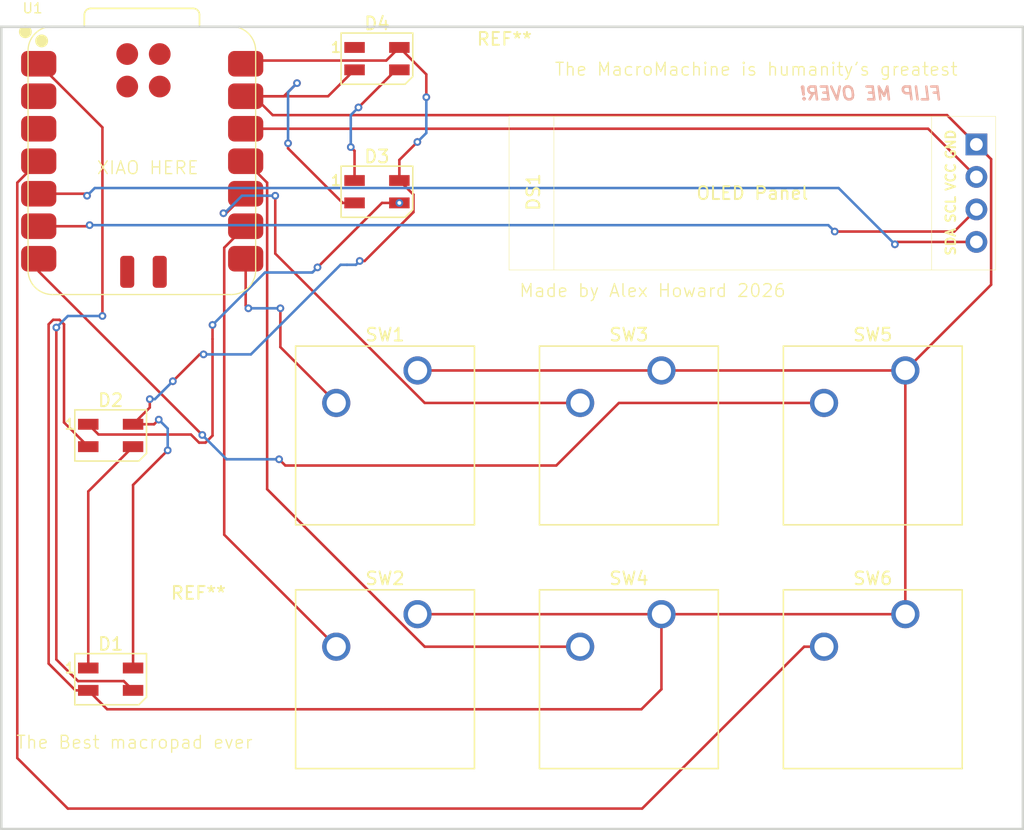
<source format=kicad_pcb>
(kicad_pcb (version 20241229) (generator "pcbnew") (generator_version "9.0")
  (layers (0 "F.Cu" signal) (2 "B.Cu" signal) (13 "F.Paste" user) (15 "B.Paste" user) (5 "F.SilkS" user "F.Silkscreen") (7 "B.SilkS" user "B.Silkscreen") (1 "F.Mask" user) (3 "B.Mask" user) (25 "Edge.Cuts" user))
  (net 0 "")
  (net 1 "Net-(D1-DOUT)")
  (net 2 "GND")
  (net 3 "+5V")
  (net 4 "Net-(D1-DIN)")
  (net 5 "Net-(D2-DOUT)")
  (net 6 "Net-(D3-DOUT)")
  (net 8 "Net-(DS1-SDA)")
  (net 9 "+3.3V")
  (net 10 "Net-(DS1-SCL)")
  (net 11 "Net-(U1-GPIO1{slash}RX)")
  (net 12 "Net-(U1-GPIO2{slash}SCK)")
  (net 13 "Net-(U1-GPIO4{slash}MISO)")
  (net 14 "Net-(U1-GPIO3{slash}MOSI)")
  (net 15 "Net-(U1-GPIO0{slash}TX)")
  (net 16 "Net-(U1-GPIO29{slash}ADC3{slash}A3)")
  (footprint "Button_Switch_Keyboard:SW_Cherry_MX_1.00u_PCB" (layer "F.Cu") (at 145.415 123.5075)
    (property "Reference" "SW2" (at -2.54 -2.794 0) (layer "F.SilkS"))
    (property "Value" "SW_Push")
    (fp_line (start -9.525 -1.905) (end 4.445 -1.905) (stroke (width 0.12)) (layer "F.SilkS"))
    (fp_line (start -9.525 12.065) (end -9.525 -1.905) (stroke (width 0.12)) (layer "F.SilkS"))
    (fp_line (start 4.445 -1.905) (end 4.445 12.065) (stroke (width 0.12)) (layer "F.SilkS"))
    (fp_line (start 4.445 12.065) (end -9.525 12.065) (stroke (width 0.12)) (layer "F.SilkS"))
    (pad "" np_thru_hole circle (at -7.62 5.08) (size 1.7 1.7) (drill 1.7) (layers "*.Cu" "*.Mask"))
    (pad "" np_thru_hole circle (at -2.54 5.08) (size 4 4) (drill 4) (layers "*.Cu" "*.Mask"))
    (pad "" np_thru_hole circle (at 2.54 5.08) (size 1.7 1.7) (drill 1.7) (layers "*.Cu" "*.Mask"))
    (pad "1" thru_hole circle (at 0 0) (size 2.2 2.2) (drill 1.5) (layers "*.Cu" "*.Mask") (net 2 "GND"))
    (pad "2" thru_hole circle (at -6.35 2.54) (size 2.2 2.2) (drill 1.5) (layers "*.Cu" "*.Mask") (net 12 "Net-(U1-GPIO2{slash}SCK)"))
  )
  (footprint "OPL Lib:XIAO-RP2040-SMD" (layer "F.Cu") (at 123.825 88.10625)
    (property "Reference" "U1" (at -9.335 -11.5 0) (layer "F.SilkS") (effects (font (size 0.78232 0.78232) (thickness 0.10668)) (justify left bottom)))
    (property "Value" "XIAO-RP2040-DIP")
    (fp_line (start -8.835 8.513) (end -8.835 -8.632) (stroke (width 0.1)) (layer "F.SilkS"))
    (fp_line (start -6.93 10.418) (end 7.04 10.418) (stroke (width 0.1)) (layer "F.SilkS"))
    (fp_line (start -4.44 -10.537) (end -4.436272 -11.447272) (stroke (width 0.127)) (layer "F.SilkS"))
    (fp_line (start -3.936272 -11.947) (end 4.059 -11.947) (stroke (width 0.127)) (layer "F.SilkS"))
    (fp_line (start 4.559 -11.447) (end 4.559 -10.537) (stroke (width 0.127)) (layer "F.SilkS"))
    (fp_line (start 7.04 -10.537) (end -6.93 -10.537) (stroke (width 0.1)) (layer "F.SilkS"))
    (fp_line (start 8.945 8.513) (end 8.945 -8.632) (stroke (width 0.1)) (layer "F.SilkS"))
    (fp_arc (start -8.835 -8.636) (mid -8.277038 -9.983038) (end -6.93 -10.541) (stroke (width 0.1)) (layer "F.SilkS"))
    (fp_arc (start -6.93 10.418) (mid -8.277038 9.860038) (end -8.835 8.513) (stroke (width 0.1)) (layer "F.SilkS"))
    (fp_arc (start -4.436272 -11.447272) (mid -4.289724 -11.800644) (end -3.936272 -11.947) (stroke (width 0.127)) (layer "F.SilkS"))
    (fp_arc (start 4.059 -11.947) (mid 4.412553 -11.800553) (end 4.559 -11.447) (stroke (width 0.127)) (layer "F.SilkS"))
    (fp_arc (start 7.04 -10.537) (mid 8.387038 -9.979038) (end 8.945 -8.632) (stroke (width 0.1)) (layer "F.SilkS"))
    (fp_arc (start 8.945 8.513) (mid 8.387038 9.860038) (end 7.04 10.418) (stroke (width 0.1)) (layer "F.SilkS"))
    (fp_circle (center -9.045 -10.121) (end -9.045 -10.375) (stroke (width 0.5)) (fill yes) (layer "F.SilkS"))
    (fp_circle (center -7.771 -9.404) (end -7.771 -9.658) (stroke (width 0.5)) (fill yes) (layer "F.SilkS"))
    (pad "1" smd roundrect (at -8 -7.62) (size 2.75 2) (layers "F.Cu" "F.Mask" "F.Paste") (net 4 "Net-(D1-DIN)"))
    (pad "2" smd roundrect (at -8 -5.08) (size 2.75 2) (layers "F.Cu" "F.Mask" "F.Paste"))
    (pad "3" smd roundrect (at -8 -2.54) (size 2.75 2) (layers "F.Cu" "F.Mask" "F.Paste"))
    (pad "4" smd roundrect (at -8 0) (size 2.75 2) (layers "F.Cu" "F.Mask" "F.Paste") (net 16 "Net-(U1-GPIO29{slash}ADC3{slash}A3)"))
    (pad "5" smd roundrect (at -8 2.54) (size 2.75 2) (layers "F.Cu" "F.Mask" "F.Paste") (net 8 "Net-(DS1-SDA)"))
    (pad "6" smd roundrect (at -8 5.08) (size 2.75 2) (layers "F.Cu" "F.Mask" "F.Paste") (net 10 "Net-(DS1-SCL)"))
    (pad "7" smd roundrect (at -8 7.62) (size 2.75 2) (layers "F.Cu" "F.Mask" "F.Paste") (net 15 "Net-(U1-GPIO0{slash}TX)"))
    (pad "8" smd roundrect (at 8.165 7.62) (size 2.75 2) (layers "F.Cu" "F.Mask" "F.Paste") (net 11 "Net-(U1-GPIO1{slash}RX)"))
    (pad "9" smd roundrect (at 8.165 5.08) (size 2.75 2) (layers "F.Cu" "F.Mask" "F.Paste") (net 12 "Net-(U1-GPIO2{slash}SCK)"))
    (pad "10" smd roundrect (at 8.165 2.54) (size 2.75 2) (layers "F.Cu" "F.Mask" "F.Paste") (net 13 "Net-(U1-GPIO4{slash}MISO)"))
    (pad "11" smd roundrect (at 8.165 0) (size 2.75 2) (layers "F.Cu" "F.Mask" "F.Paste") (net 14 "Net-(U1-GPIO3{slash}MOSI)"))
    (pad "12" smd roundrect (at 8.165 -2.54) (size 2.75 2) (layers "F.Cu" "F.Mask" "F.Paste") (net 9 "+3.3V"))
    (pad "13" smd roundrect (at 8.165 -5.08) (size 2.75 2) (layers "F.Cu" "F.Mask" "F.Paste") (net 2 "GND"))
    (pad "14" smd roundrect (at 8.165 -7.62) (size 2.75 2) (layers "F.Cu" "F.Mask" "F.Paste") (net 3 "+5V"))
    (pad "15" smd roundrect (at -1.088 8.64 270) (size 2.5 1.1) (layers "F.Cu" "F.Mask" "F.Paste"))
    (pad "16" smd roundrect (at 1.452 8.64 270) (size 2.5 1.1) (layers "F.Cu" "F.Mask" "F.Paste"))
    (pad "17" smd circle (at -1.088 -8.378) (size 1.7 1.7) (layers "F.Cu" "F.Mask" "F.Paste"))
    (pad "18" smd circle (at 1.452 -8.378) (size 1.7 1.7) (layers "F.Cu" "F.Mask" "F.Paste"))
    (pad "19" smd circle (at -1.088 -5.838) (size 1.7 1.7) (layers "F.Cu" "F.Mask" "F.Paste"))
    (pad "20" smd circle (at 1.452 -5.838) (size 1.7 1.7) (layers "F.Cu" "F.Mask" "F.Paste"))
  )
  (footprint "Button_Switch_Keyboard:SW_Cherry_MX_1.00u_PCB" (layer "F.Cu") (at 164.465 104.4575)
    (property "Reference" "SW3" (at -2.54 -2.794 0) (layer "F.SilkS"))
    (property "Value" "SW_Push")
    (fp_line (start -9.525 -1.905) (end 4.445 -1.905) (stroke (width 0.12)) (layer "F.SilkS"))
    (fp_line (start -9.525 12.065) (end -9.525 -1.905) (stroke (width 0.12)) (layer "F.SilkS"))
    (fp_line (start 4.445 -1.905) (end 4.445 12.065) (stroke (width 0.12)) (layer "F.SilkS"))
    (fp_line (start 4.445 12.065) (end -9.525 12.065) (stroke (width 0.12)) (layer "F.SilkS"))
    (pad "" np_thru_hole circle (at -7.62 5.08) (size 1.7 1.7) (drill 1.7) (layers "*.Cu" "*.Mask"))
    (pad "" np_thru_hole circle (at -2.54 5.08) (size 4 4) (drill 4) (layers "*.Cu" "*.Mask"))
    (pad "" np_thru_hole circle (at 2.54 5.08) (size 1.7 1.7) (drill 1.7) (layers "*.Cu" "*.Mask"))
    (pad "1" thru_hole circle (at 0 0) (size 2.2 2.2) (drill 1.5) (layers "*.Cu" "*.Mask") (net 2 "GND"))
    (pad "2" thru_hole circle (at -6.35 2.54) (size 2.2 2.2) (drill 1.5) (layers "*.Cu" "*.Mask") (net 13 "Net-(U1-GPIO4{slash}MISO)"))
  )
  (footprint "LED_SMD:LED_SK6812MINI_PLCC4_3.5x3.5mm_P1.75mm" (layer "F.Cu") (at 121.44375 109.5375)
    (property "Reference" "D2" (at 0 -2.75 0) (layer "F.SilkS"))
    (property "Value" "SK6812MINI")
    (fp_line (start -2.8 -2) (end -2.8 2) (stroke (width 0.12)) (layer "F.SilkS"))
    (fp_line (start -2.8 -2) (end 2.8 -2) (stroke (width 0.12)) (layer "F.SilkS"))
    (fp_line (start -2.8 2) (end 2.2 2) (stroke (width 0.12)) (layer "F.SilkS"))
    (fp_line (start 2.8 1.4) (end 2.2 2) (stroke (width 0.12)) (layer "F.SilkS"))
    (fp_line (start 2.8 1.4) (end 2.8 -2) (stroke (width 0.12)) (layer "F.SilkS"))
    (fp_text user "1" (at -3.2 -0.875 0) (layer "F.SilkS") (effects (font (size 0.8 0.8))))
    (pad "1" smd rect (at -1.75 -0.875) (size 1.6 0.85) (layers "F.Cu" "F.Mask" "F.Paste") (net 5 "Net-(D2-DOUT)"))
    (pad "2" smd rect (at -1.75 0.875) (size 1.6 0.85) (layers "F.Cu" "F.Mask" "F.Paste") (net 2 "GND"))
    (pad "3" smd rect (at 1.75 0.875) (size 1.6 0.85) (layers "F.Cu" "F.Mask" "F.Paste") (net 1 "Net-(D1-DOUT)"))
    (pad "4" smd rect (at 1.75 -0.875) (size 1.6 0.85) (layers "F.Cu" "F.Mask" "F.Paste") (net 3 "+5V"))
  )
  (footprint "MountingHole:MountingHole_2.2mm_M2" (layer "F.Cu") (at 128.3 125)
    (property "Reference" "REF**" (at 0 -3.15 0) (layer "F.SilkS"))
    (property "Value" "MountingHole_2.2mm_M2")
    (pad "" np_thru_hole circle (at 0 0) (size 2.2 2.2) (drill 2.2) (layers "*.Cu" "*.Mask"))
  )
  (footprint "LED_SMD:LED_SK6812MINI_PLCC4_3.5x3.5mm_P1.75mm" (layer "F.Cu") (at 142.24375 80.0875)
    (property "Reference" "D4" (at 0 -2.75 0) (layer "F.SilkS"))
    (property "Value" "SK6812MINI")
    (fp_line (start -2.8 -2) (end -2.8 2) (stroke (width 0.12)) (layer "F.SilkS"))
    (fp_line (start -2.8 -2) (end 2.8 -2) (stroke (width 0.12)) (layer "F.SilkS"))
    (fp_line (start -2.8 2) (end 2.2 2) (stroke (width 0.12)) (layer "F.SilkS"))
    (fp_line (start 2.8 1.4) (end 2.2 2) (stroke (width 0.12)) (layer "F.SilkS"))
    (fp_line (start 2.8 1.4) (end 2.8 -2) (stroke (width 0.12)) (layer "F.SilkS"))
    (fp_text user "1" (at -3.2 -0.875 0) (layer "F.SilkS") (effects (font (size 0.8 0.8))))
    (pad "1" smd rect (at -1.75 -0.875) (size 1.6 0.85) (layers "F.Cu" "F.Mask" "F.Paste"))
    (pad "2" smd rect (at -1.75 0.875) (size 1.6 0.85) (layers "F.Cu" "F.Mask" "F.Paste") (net 2 "GND"))
    (pad "3" smd rect (at 1.75 0.875) (size 1.6 0.85) (layers "F.Cu" "F.Mask" "F.Paste") (net 6 "Net-(D3-DOUT)"))
    (pad "4" smd rect (at 1.75 -0.875) (size 1.6 0.85) (layers "F.Cu" "F.Mask" "F.Paste") (net 3 "+5V"))
  )
  (footprint "Button_Switch_Keyboard:SW_Cherry_MX_1.00u_PCB" (layer "F.Cu") (at 183.515 104.4575)
    (property "Reference" "SW5" (at -2.54 -2.794 0) (layer "F.SilkS"))
    (property "Value" "SW_Push")
    (fp_line (start -9.525 -1.905) (end 4.445 -1.905) (stroke (width 0.12)) (layer "F.SilkS"))
    (fp_line (start -9.525 12.065) (end -9.525 -1.905) (stroke (width 0.12)) (layer "F.SilkS"))
    (fp_line (start 4.445 -1.905) (end 4.445 12.065) (stroke (width 0.12)) (layer "F.SilkS"))
    (fp_line (start 4.445 12.065) (end -9.525 12.065) (stroke (width 0.12)) (layer "F.SilkS"))
    (pad "" np_thru_hole circle (at -7.62 5.08) (size 1.7 1.7) (drill 1.7) (layers "*.Cu" "*.Mask"))
    (pad "" np_thru_hole circle (at -2.54 5.08) (size 4 4) (drill 4) (layers "*.Cu" "*.Mask"))
    (pad "" np_thru_hole circle (at 2.54 5.08) (size 1.7 1.7) (drill 1.7) (layers "*.Cu" "*.Mask"))
    (pad "1" thru_hole circle (at 0 0) (size 2.2 2.2) (drill 1.5) (layers "*.Cu" "*.Mask") (net 2 "GND"))
    (pad "2" thru_hole circle (at -6.35 2.54) (size 2.2 2.2) (drill 1.5) (layers "*.Cu" "*.Mask") (net 15 "Net-(U1-GPIO0{slash}TX)"))
  )
  (footprint "LED_SMD:LED_SK6812MINI_PLCC4_3.5x3.5mm_P1.75mm" (layer "F.Cu") (at 121.44375 128.5875)
    (property "Reference" "D1" (at 0 -2.75 0) (layer "F.SilkS"))
    (property "Value" "SK6812MINI")
    (fp_line (start -2.8 -2) (end -2.8 2) (stroke (width 0.12)) (layer "F.SilkS"))
    (fp_line (start -2.8 -2) (end 2.8 -2) (stroke (width 0.12)) (layer "F.SilkS"))
    (fp_line (start -2.8 2) (end 2.2 2) (stroke (width 0.12)) (layer "F.SilkS"))
    (fp_line (start 2.8 1.4) (end 2.2 2) (stroke (width 0.12)) (layer "F.SilkS"))
    (fp_line (start 2.8 1.4) (end 2.8 -2) (stroke (width 0.12)) (layer "F.SilkS"))
    (fp_text user "1" (at -3.2 -0.875 0) (layer "F.SilkS") (effects (font (size 0.8 0.8))))
    (pad "1" smd rect (at -1.75 -0.875) (size 1.6 0.85) (layers "F.Cu" "F.Mask" "F.Paste") (net 1 "Net-(D1-DOUT)"))
    (pad "2" smd rect (at -1.75 0.875) (size 1.6 0.85) (layers "F.Cu" "F.Mask" "F.Paste") (net 2 "GND"))
    (pad "3" smd rect (at 1.75 0.875) (size 1.6 0.85) (layers "F.Cu" "F.Mask" "F.Paste") (net 4 "Net-(D1-DIN)"))
    (pad "4" smd rect (at 1.75 -0.875) (size 1.6 0.85) (layers "F.Cu" "F.Mask" "F.Paste") (net 3 "+5V"))
  )
  (footprint "LED_SMD:LED_SK6812MINI_PLCC4_3.5x3.5mm_P1.75mm" (layer "F.Cu") (at 142.24375 90.4875)
    (property "Reference" "D3" (at 0 -2.75 0) (layer "F.SilkS"))
    (property "Value" "SK6812MINI")
    (fp_line (start -2.8 -2) (end -2.8 2) (stroke (width 0.12)) (layer "F.SilkS"))
    (fp_line (start -2.8 -2) (end 2.8 -2) (stroke (width 0.12)) (layer "F.SilkS"))
    (fp_line (start -2.8 2) (end 2.2 2) (stroke (width 0.12)) (layer "F.SilkS"))
    (fp_line (start 2.8 1.4) (end 2.2 2) (stroke (width 0.12)) (layer "F.SilkS"))
    (fp_line (start 2.8 1.4) (end 2.8 -2) (stroke (width 0.12)) (layer "F.SilkS"))
    (fp_text user "1" (at -3.2 -0.875 0) (layer "F.SilkS") (effects (font (size 0.8 0.8))))
    (pad "1" smd rect (at -1.75 -0.875) (size 1.6 0.85) (layers "F.Cu" "F.Mask" "F.Paste") (net 6 "Net-(D3-DOUT)"))
    (pad "2" smd rect (at -1.75 0.875) (size 1.6 0.85) (layers "F.Cu" "F.Mask" "F.Paste") (net 2 "GND"))
    (pad "3" smd rect (at 1.75 0.875) (size 1.6 0.85) (layers "F.Cu" "F.Mask" "F.Paste") (net 5 "Net-(D2-DOUT)"))
    (pad "4" smd rect (at 1.75 -0.875) (size 1.6 0.85) (layers "F.Cu" "F.Mask" "F.Paste") (net 3 "+5V"))
  )
  (footprint "SSD1306-0.91-OLED-4pin-128x32:SSD1306-0.91-OLED-4pin-128x32" (layer "F.Cu") (at 152.565 84.6025)
    (property "Reference" "DS1" (at 1.9 5.91 90) (layer "F.SilkS"))
    (property "Value" "~")
    (fp_line (start 0 0) (end 0 12) (stroke (width 0.04)) (layer "F.SilkS"))
    (fp_line (start 0 12) (end 38 12) (stroke (width 0.04)) (layer "F.SilkS"))
    (fp_line (start 3.5 0) (end 3.5 12) (stroke (width 0.04)) (layer "F.SilkS"))
    (fp_line (start 33 0) (end 33 12) (stroke (width 0.04)) (layer "F.SilkS"))
    (fp_line (start 38 0) (end 0 0) (stroke (width 0.04)) (layer "F.SilkS"))
    (fp_line (start 38 12) (end 38 0) (stroke (width 0.04)) (layer "F.SilkS"))
    (fp_text user "OLED Panel" (at 19 6 0) (layer "F.SilkS"))
    (fp_text user "GND" (at 34.5 2.19 270) (layer "F.SilkS") (effects (font (size 0.75 0.75))))
    (fp_text user "VCC" (at 34.5 4.73 270) (layer "F.SilkS") (effects (font (size 0.75 0.75))))
    (fp_text user "SCL" (at 34.5 7.27 270) (layer "F.SilkS") (effects (font (size 0.75 0.75))))
    (fp_text user "SDA" (at 34.5 9.81 270) (layer "F.SilkS") (effects (font (size 0.75 0.75))))
    (pad "1" thru_hole rect (at 36.5 2.19) (size 1.7 1.7) (drill 1) (layers "*.Cu" "*.Mask") (net 2 "GND"))
    (pad "2" thru_hole oval (at 36.5 4.73) (size 1.7 1.7) (drill 1) (layers "*.Cu" "*.Mask") (net 9 "+3.3V"))
    (pad "3" thru_hole oval (at 36.5 7.27) (size 1.7 1.7) (drill 1) (layers "*.Cu" "*.Mask") (net 10 "Net-(DS1-SCL)"))
    (pad "4" thru_hole oval (at 36.5 9.81) (size 1.7 1.7) (drill 1) (layers "*.Cu" "*.Mask") (net 8 "Net-(DS1-SDA)"))
  )
  (footprint "Button_Switch_Keyboard:SW_Cherry_MX_1.00u_PCB" (layer "F.Cu") (at 164.465 123.5075)
    (property "Reference" "SW4" (at -2.54 -2.794 0) (layer "F.SilkS"))
    (property "Value" "SW_Push")
    (fp_line (start -9.525 -1.905) (end 4.445 -1.905) (stroke (width 0.12)) (layer "F.SilkS"))
    (fp_line (start -9.525 12.065) (end -9.525 -1.905) (stroke (width 0.12)) (layer "F.SilkS"))
    (fp_line (start 4.445 -1.905) (end 4.445 12.065) (stroke (width 0.12)) (layer "F.SilkS"))
    (fp_line (start 4.445 12.065) (end -9.525 12.065) (stroke (width 0.12)) (layer "F.SilkS"))
    (pad "" np_thru_hole circle (at -7.62 5.08) (size 1.7 1.7) (drill 1.7) (layers "*.Cu" "*.Mask"))
    (pad "" np_thru_hole circle (at -2.54 5.08) (size 4 4) (drill 4) (layers "*.Cu" "*.Mask"))
    (pad "" np_thru_hole circle (at 2.54 5.08) (size 1.7 1.7) (drill 1.7) (layers "*.Cu" "*.Mask"))
    (pad "1" thru_hole circle (at 0 0) (size 2.2 2.2) (drill 1.5) (layers "*.Cu" "*.Mask") (net 2 "GND"))
    (pad "2" thru_hole circle (at -6.35 2.54) (size 2.2 2.2) (drill 1.5) (layers "*.Cu" "*.Mask") (net 14 "Net-(U1-GPIO3{slash}MOSI)"))
  )
  (footprint "Button_Switch_Keyboard:SW_Cherry_MX_1.00u_PCB" (layer "F.Cu") (at 145.415 104.4575)
    (property "Reference" "SW1" (at -2.54 -2.794 0) (layer "F.SilkS"))
    (property "Value" "SW_Push")
    (fp_line (start -9.525 -1.905) (end 4.445 -1.905) (stroke (width 0.12)) (layer "F.SilkS"))
    (fp_line (start -9.525 12.065) (end -9.525 -1.905) (stroke (width 0.12)) (layer "F.SilkS"))
    (fp_line (start 4.445 -1.905) (end 4.445 12.065) (stroke (width 0.12)) (layer "F.SilkS"))
    (fp_line (start 4.445 12.065) (end -9.525 12.065) (stroke (width 0.12)) (layer "F.SilkS"))
    (pad "" np_thru_hole circle (at -7.62 5.08) (size 1.7 1.7) (drill 1.7) (layers "*.Cu" "*.Mask"))
    (pad "" np_thru_hole circle (at -2.54 5.08) (size 4 4) (drill 4) (layers "*.Cu" "*.Mask"))
    (pad "" np_thru_hole circle (at 2.54 5.08) (size 1.7 1.7) (drill 1.7) (layers "*.Cu" "*.Mask"))
    (pad "1" thru_hole circle (at 0 0) (size 2.2 2.2) (drill 1.5) (layers "*.Cu" "*.Mask") (net 2 "GND"))
    (pad "2" thru_hole circle (at -6.35 2.54) (size 2.2 2.2) (drill 1.5) (layers "*.Cu" "*.Mask") (net 11 "Net-(U1-GPIO1{slash}RX)"))
  )
  (footprint "MountingHole:MountingHole_2.2mm_M2" (layer "F.Cu") (at 152.2 81.7)
    (property "Reference" "REF**" (at 0 -3.15 0) (layer "F.SilkS"))
    (property "Value" "MountingHole_2.2mm_M2")
    (pad "" np_thru_hole circle (at 0 0) (size 2.2 2.2) (drill 2.2) (layers "*.Cu" "*.Mask"))
  )
  (footprint "Button_Switch_Keyboard:SW_Cherry_MX_1.00u_PCB" (layer "F.Cu") (at 183.515 123.5075)
    (property "Reference" "SW6" (at -2.54 -2.794 0) (layer "F.SilkS"))
    (property "Value" "SW_Push")
    (fp_line (start -9.525 -1.905) (end 4.445 -1.905) (stroke (width 0.12)) (layer "F.SilkS"))
    (fp_line (start -9.525 12.065) (end -9.525 -1.905) (stroke (width 0.12)) (layer "F.SilkS"))
    (fp_line (start 4.445 -1.905) (end 4.445 12.065) (stroke (width 0.12)) (layer "F.SilkS"))
    (fp_line (start 4.445 12.065) (end -9.525 12.065) (stroke (width 0.12)) (layer "F.SilkS"))
    (pad "" np_thru_hole circle (at -7.62 5.08) (size 1.7 1.7) (drill 1.7) (layers "*.Cu" "*.Mask"))
    (pad "" np_thru_hole circle (at -2.54 5.08) (size 4 4) (drill 4) (layers "*.Cu" "*.Mask"))
    (pad "" np_thru_hole circle (at 2.54 5.08) (size 1.7 1.7) (drill 1.7) (layers "*.Cu" "*.Mask"))
    (pad "1" thru_hole circle (at 0 0) (size 2.2 2.2) (drill 1.5) (layers "*.Cu" "*.Mask") (net 2 "GND"))
    (pad "2" thru_hole circle (at -6.35 2.54) (size 2.2 2.2) (drill 1.5) (layers "*.Cu" "*.Mask") (net 16 "Net-(U1-GPIO29{slash}ADC3{slash}A3)"))
  )
  (gr_rect (start 112.9 77.6) (end 192.7 140.3) (stroke (width 0.2)) (fill no) (layer "Edge.Cuts"))
  (gr_text "Made by Alex Howard 2026" (at 153.3 98.8 0) (layer "F.SilkS") (effects (font (size 1 1) (thickness 0.1)) (justify left bottom)))
  (gr_text "The Best macropad ever" (at 114 134.1 0) (layer "F.SilkS") (effects (font (size 1 1) (thickness 0.1)) (justify left bottom)))
  (gr_text "XIAO HERE" (at 120.3 89.2 0) (layer "F.SilkS") (effects (font (size 1 1) (thickness 0.1)) (justify left bottom)))
  (gr_text "The MacroMachine is humanity's greatest" (at 156.065 81.5 0) (layer "F.SilkS") (effects (font (size 1 1) (thickness 0.1)) (justify left bottom)))
  (gr_text "FLIP ME OVER!" (at 186.5 83.4 0) (layer "B.SilkS") (effects (font (size 1 1) (thickness 0.2) (bold yes) (italic yes)) (justify left bottom mirror)))
  (segment (start 119.69375 113.9125) (end 123.19375 110.4125) (width 0.2) (layer "F.Cu") (net 1))
  (segment (start 119.69375 127.7125) (end 119.69375 113.9125) (width 0.2) (layer "F.Cu") (net 1))
  (segment (start 135.7 87.5) (end 135.3 87.1) (width 0.2) (layer "F.Cu") (net 2))
  (segment (start 189.065 86.7925) (end 186.7725 84.5) (width 0.2) (layer "F.Cu") (net 2))
  (segment (start 183.515 123.5075) (end 164.465 123.5075) (width 0.2) (layer "F.Cu") (net 2))
  (segment (start 164.465 104.4575) (end 183.515 104.4575) (width 0.2) (layer "F.Cu") (net 2))
  (segment (start 116.599 127.36775) (end 118.69375 129.4625) (width 0.2) (layer "F.Cu") (net 2))
  (segment (start 117.801 108.51975) (end 117.801 100.851057) (width 0.2) (layer "F.Cu") (net 2))
  (segment (start 119.69375 110.4125) (end 117.801 108.51975) (width 0.2) (layer "F.Cu") (net 2))
  (segment (start 134.1 84.5) (end 132.62625 83.02625) (width 0.2) (layer "F.Cu") (net 2))
  (segment (start 139.5625 91.3625) (end 135.7 87.5) (width 0.2) (layer "F.Cu") (net 2))
  (segment (start 116.951057 100.499) (end 116.599 100.851057) (width 0.2) (layer "F.Cu") (net 2))
  (segment (start 164.465 129.372316) (end 164.465 123.5075) (width 0.2) (layer "F.Cu") (net 2))
  (segment (start 117.448943 100.499) (end 116.951057 100.499) (width 0.2) (layer "F.Cu") (net 2))
  (segment (start 131.99 83.02625) (end 138.43 83.02625) (width 0.2) (layer "F.Cu") (net 2))
  (segment (start 145.415 104.4575) (end 164.465 104.4575) (width 0.2) (layer "F.Cu") (net 2))
  (segment (start 136 82) (end 134.97375 83.02625) (width 0.2) (layer "F.Cu") (net 2))
  (segment (start 190.216 87.9435) (end 189.065 86.7925) (width 0.2) (layer "F.Cu") (net 2))
  (segment (start 117.801 100.851057) (end 117.448943 100.499) (width 0.2) (layer "F.Cu") (net 2))
  (segment (start 118.69375 129.4625) (end 119.69375 129.4625) (width 0.2) (layer "F.Cu") (net 2))
  (segment (start 190.216 97.7565) (end 190.216 87.9435) (width 0.2) (layer "F.Cu") (net 2))
  (segment (start 138.43 83.02625) (end 140.49375 80.9625) (width 0.2) (layer "F.Cu") (net 2))
  (segment (start 134.97375 83.02625) (end 131.99 83.02625) (width 0.2) (layer "F.Cu") (net 2))
  (segment (start 121.16975 130.9385) (end 162.898816 130.9385) (width 0.2) (layer "F.Cu") (net 2))
  (segment (start 135.3 87.1) (end 135.3 86.7) (width 0.2) (layer "F.Cu") (net 2))
  (segment (start 116.599 100.851057) (end 116.599 127.36775) (width 0.2) (layer "F.Cu") (net 2))
  (segment (start 186.7725 84.5) (end 134.1 84.5) (width 0.2) (layer "F.Cu") (net 2))
  (segment (start 132.62625 83.02625) (end 131.99 83.02625) (width 0.2) (layer "F.Cu") (net 2))
  (segment (start 183.515 104.4575) (end 190.216 97.7565) (width 0.2) (layer "F.Cu") (net 2))
  (segment (start 162.898816 130.9385) (end 164.465 129.372316) (width 0.2) (layer "F.Cu") (net 2))
  (segment (start 140.49375 91.3625) (end 139.5625 91.3625) (width 0.2) (layer "F.Cu") (net 2))
  (segment (start 183.515 104.4575) (end 183.515 123.5075) (width 0.2) (layer "F.Cu") (net 2))
  (segment (start 164.465 123.5075) (end 145.415 123.5075) (width 0.2) (layer "F.Cu") (net 2))
  (segment (start 119.69375 129.4625) (end 121.16975 130.9385) (width 0.2) (layer "F.Cu") (net 2))
  (via (at 136 82) (size 0.6) (drill 0.3) (layers "F.Cu" "B.Cu") (net 2))
  (via (at 135.3 86.7) (size 0.6) (drill 0.3) (layers "F.Cu" "B.Cu") (net 2))
  (segment (start 135.3 86.7) (end 135.3 82.7) (width 0.2) (layer "B.Cu") (net 2))
  (segment (start 135.3 82.7) (end 136 82) (width 0.2) (layer "B.Cu") (net 2))
  (segment (start 124.8375 108.6625) (end 123.19375 108.6625) (width 0.2) (layer "F.Cu") (net 3))
  (segment (start 146.1 81.31875) (end 143.99375 79.2125) (width 0.2) (layer "F.Cu") (net 3))
  (segment (start 145.09475 92.0885) (end 145.09475 90.7135) (width 0.2) (layer "F.Cu") (net 3))
  (segment (start 143.99375 79.2125) (end 142.96975 80.2365) (width 0.2) (layer "F.Cu") (net 3))
  (segment (start 125.2 108.3) (end 124.8375 108.6625) (width 0.2) (layer "F.Cu") (net 3))
  (segment (start 143.99375 89.6125) (end 143.99375 88.00625) (width 0.2) (layer "F.Cu") (net 3))
  (segment (start 132.23975 80.2365) (end 131.99 80.48625) (width 0.2) (layer "F.Cu") (net 3))
  (segment (start 141.28325 95.9) (end 145.09475 92.0885) (width 0.2) (layer "F.Cu") (net 3))
  (segment (start 124.5 107.35625) (end 124.5 106.7) (width 0.2) (layer "F.Cu") (net 3))
  (segment (start 143.99375 88.00625) (end 145.4 86.6) (width 0.2) (layer "F.Cu") (net 3))
  (segment (start 142.96975 80.2365) (end 132.23975 80.2365) (width 0.2) (layer "F.Cu") (net 3))
  (segment (start 126.3 105.3) (end 128.4 103.2) (width 0.2) (layer "F.Cu") (net 3))
  (segment (start 145.09475 90.7135) (end 143.99375 89.6125) (width 0.2) (layer "F.Cu") (net 3))
  (segment (start 146.1 83.1) (end 146.1 81.31875) (width 0.2) (layer "F.Cu") (net 3))
  (segment (start 123.19375 127.7125) (end 123.19375 113.40625) (width 0.2) (layer "F.Cu") (net 3))
  (segment (start 125.4 111.2) (end 125.9 110.7) (width 0.2) (layer "F.Cu") (net 3))
  (segment (start 140.9 95.9) (end 141.28325 95.9) (width 0.2) (layer "F.Cu") (net 3))
  (segment (start 128.4 103.2) (end 128.7 103.2) (width 0.2) (layer "F.Cu") (net 3))
  (segment (start 123.19375 108.6625) (end 124.5 107.35625) (width 0.2) (layer "F.Cu") (net 3))
  (segment (start 123.19375 113.40625) (end 125.4 111.2) (width 0.2) (layer "F.Cu") (net 3))
  (via (at 125.2 108.3) (size 0.6) (drill 0.3) (layers "F.Cu" "B.Cu") (net 3))
  (via (at 128.7 103.2) (size 0.6) (drill 0.3) (layers "F.Cu" "B.Cu") (net 3))
  (via (at 146.1 83.1) (size 0.6) (drill 0.3) (layers "F.Cu" "B.Cu") (net 3))
  (via (at 125.9 110.7) (size 0.6) (drill 0.3) (layers "F.Cu" "B.Cu") (net 3))
  (via (at 126.3 105.3) (size 0.6) (drill 0.3) (layers "F.Cu" "B.Cu") (net 3))
  (via (at 145.4 86.6) (size 0.6) (drill 0.3) (layers "F.Cu" "B.Cu") (net 3))
  (via (at 124.5 106.7) (size 0.6) (drill 0.3) (layers "F.Cu" "B.Cu") (net 3))
  (via (at 140.9 95.9) (size 0.6) (drill 0.3) (layers "F.Cu" "B.Cu") (net 3))
  (segment (start 124.9 106.7) (end 126.3 105.3) (width 0.2) (layer "B.Cu") (net 3))
  (segment (start 140.6 96.2) (end 140.9 95.9) (width 0.2) (layer "B.Cu") (net 3))
  (segment (start 145.4 86.6) (end 146.1 85.9) (width 0.2) (layer "B.Cu") (net 3))
  (segment (start 132.4 103.2) (end 139 96.6) (width 0.2) (layer "B.Cu") (net 3))
  (segment (start 139.4 96.2) (end 139.9 96.2) (width 0.2) (layer "B.Cu") (net 3))
  (segment (start 124.5 106.7) (end 124.9 106.7) (width 0.2) (layer "B.Cu") (net 3))
  (segment (start 125.9 109) (end 125.2 108.3) (width 0.2) (layer "B.Cu") (net 3))
  (segment (start 139 96.6) (end 139.4 96.2) (width 0.2) (layer "B.Cu") (net 3))
  (segment (start 125.9 110.7) (end 125.9 109) (width 0.2) (layer "B.Cu") (net 3))
  (segment (start 128.7 103.2) (end 132.4 103.2) (width 0.2) (layer "B.Cu") (net 3))
  (segment (start 139.9 96.2) (end 140.6 96.2) (width 0.2) (layer "B.Cu") (net 3))
  (segment (start 146.1 83.1) (end 146.1 83) (width 0.2) (layer "B.Cu") (net 3))
  (segment (start 146.1 85.9) (end 146.1 83.1) (width 0.2) (layer "B.Cu") (net 3))
  (segment (start 122.46775 128.7365) (end 118.89075 128.7365) (width 0.2) (layer "F.Cu") (net 4))
  (segment (start 120.8 100.2) (end 120.8 85.46125) (width 0.2) (layer "F.Cu") (net 4))
  (segment (start 123.19375 129.4625) (end 122.46775 128.7365) (width 0.2) (layer "F.Cu") (net 4))
  (segment (start 118.89075 128.7365) (end 117.2 127.04575) (width 0.2) (layer "F.Cu") (net 4))
  (segment (start 120.8 85.46125) (end 115.825 80.48625) (width 0.2) (layer "F.Cu") (net 4))
  (segment (start 117.2 127.04575) (end 117.2 101.1) (width 0.2) (layer "F.Cu") (net 4))
  (via (at 120.8 100.2) (size 0.6) (drill 0.3) (layers "F.Cu" "B.Cu") (net 4))
  (via (at 117.2 101.1) (size 0.6) (drill 0.3) (layers "F.Cu" "B.Cu") (net 4))
  (segment (start 118.1 100.2) (end 120.8 100.2) (width 0.2) (layer "B.Cu") (net 4))
  (segment (start 117.2 101.1) (end 118.1 100.2) (width 0.2) (layer "B.Cu") (net 4))
  (segment (start 128.351057 110.101) (end 128.848943 110.101) (width 0.2) (layer "F.Cu") (net 5))
  (segment (start 128.848943 110.101) (end 129.4 109.549943) (width 0.2) (layer "F.Cu") (net 5))
  (segment (start 119.69375 108.6625) (end 120.49735 109.4661) (width 0.2) (layer "F.Cu") (net 5))
  (segment (start 142.6375 91.3625) (end 143.99375 91.3625) (width 0.2) (layer "F.Cu") (net 5))
  (segment (start 137.6 96.4) (end 142.6375 91.3625) (width 0.2) (layer "F.Cu") (net 5))
  (segment (start 127.716157 109.4661) (end 128.351057 110.101) (width 0.2) (layer "F.Cu") (net 5))
  (segment (start 120.49735 109.4661) (end 127.716157 109.4661) (width 0.2) (layer "F.Cu") (net 5))
  (segment (start 129.4 109.549943) (end 129.4 102) (width 0.2) (layer "F.Cu") (net 5))
  (segment (start 129.4 102) (end 129.4 100.9) (width 0.2) (layer "F.Cu") (net 5))
  (via (at 137.6 96.4) (size 0.6) (drill 0.3) (layers "F.Cu" "B.Cu") (net 5))
  (via (at 129.4 100.9) (size 0.6) (drill 0.3) (layers "F.Cu" "B.Cu") (net 5))
  (via (at 143.99375 91.3625) (size 0.6) (drill 0.3) (layers "F.Cu" "B.Cu") (net 5))
  (segment (start 129.4 100.9) (end 133.5 96.8) (width 0.2) (layer "B.Cu") (net 5))
  (segment (start 137.2 96.8) (end 137.6 96.4) (width 0.2) (layer "B.Cu") (net 5))
  (segment (start 133.5 96.8) (end 137.1 96.8) (width 0.2) (layer "B.Cu") (net 5))
  (segment (start 137.1 96.8) (end 137.2 96.8) (width 0.2) (layer "B.Cu") (net 5))
  (segment (start 143.7375 80.9625) (end 140.8 83.9) (width 0.2) (layer "F.Cu") (net 6))
  (segment (start 140.2 87) (end 140.49375 87.29375) (width 0.2) (layer "F.Cu") (net 6))
  (segment (start 140.49375 87.29375) (end 140.49375 89.6125) (width 0.2) (layer "F.Cu") (net 6))
  (segment (start 143.99375 80.9625) (end 143.7375 80.9625) (width 0.2) (layer "F.Cu") (net 6))
  (via (at 140.2 87) (size 0.6) (drill 0.3) (layers "F.Cu" "B.Cu") (net 6))
  (via (at 140.8 83.9) (size 0.6) (drill 0.3) (layers "F.Cu" "B.Cu") (net 6))
  (segment (start 140.8 83.9) (end 140.2 84.5) (width 0.2) (layer "B.Cu") (net 6))
  (segment (start 140.2 84.5) (end 140.2 87) (width 0.2) (layer "B.Cu") (net 6))
  (segment (start 182.8875 94.4125) (end 189.065 94.4125) (width 0.2) (layer "F.Cu") (net 8))
  (segment (start 115.825 90.64625) (end 119.44625 90.64625) (width 0.2) (layer "F.Cu") (net 8))
  (segment (start 119.44625 90.64625) (end 119.6 90.8) (width 0.2) (layer "F.Cu") (net 8))
  (segment (start 182.7 94.6) (end 182.8875 94.4125) (width 0.2) (layer "F.Cu") (net 8))
  (via (at 182.7 94.6) (size 0.6) (drill 0.3) (layers "F.Cu" "B.Cu") (net 8))
  (via (at 119.6 90.8) (size 0.6) (drill 0.3) (layers "F.Cu" "B.Cu") (net 8))
  (segment (start 119.6 90.8) (end 120.201 90.199) (width 0.2) (layer "B.Cu") (net 8))
  (segment (start 178.299 90.199) (end 182.7 94.6) (width 0.2) (layer "B.Cu") (net 8))
  (segment (start 120.201 90.199) (end 178.299 90.199) (width 0.2) (layer "B.Cu") (net 8))
  (segment (start 185.29875 85.56625) (end 131.99 85.56625) (width 0.2) (layer "F.Cu") (net 9))
  (segment (start 189.065 89.3325) (end 185.29875 85.56625) (width 0.2) (layer "F.Cu") (net 9))
  (segment (start 119.71375 93.18625) (end 119.8 93.1) (width 0.2) (layer "F.Cu") (net 10))
  (segment (start 115.825 93.18625) (end 119.71375 93.18625) (width 0.2) (layer "F.Cu") (net 10))
  (segment (start 178 93.6) (end 187.3375 93.6) (width 0.2) (layer "F.Cu") (net 10))
  (segment (start 187.3375 93.6) (end 189.065 91.8725) (width 0.2) (layer "F.Cu") (net 10))
  (via (at 119.8 93.1) (size 0.6) (drill 0.3) (layers "F.Cu" "B.Cu") (net 10))
  (via (at 178 93.6) (size 0.6) (drill 0.3) (layers "F.Cu" "B.Cu") (net 10))
  (segment (start 177.5 93.1) (end 178 93.6) (width 0.2) (layer "B.Cu") (net 10))
  (segment (start 119.8 93.1) (end 177.5 93.1) (width 0.2) (layer "B.Cu") (net 10))
  (segment (start 132.2 99.6) (end 131.99 99.39) (width 0.2) (layer "F.Cu") (net 11))
  (segment (start 134.7 102.6325) (end 134.7 99.6) (width 0.2) (layer "F.Cu") (net 11))
  (segment (start 139.065 106.9975) (end 134.7 102.6325) (width 0.2) (layer "F.Cu") (net 11))
  (segment (start 131.99 99.39) (end 131.99 95.72625) (width 0.2) (layer "F.Cu") (net 11))
  (via (at 134.7 99.6) (size 0.6) (drill 0.3) (layers "F.Cu" "B.Cu") (net 11))
  (via (at 132.2 99.6) (size 0.6) (drill 0.3) (layers "F.Cu" "B.Cu") (net 11))
  (segment (start 134.7 99.6) (end 132.2 99.6) (width 0.2) (layer "B.Cu") (net 11))
  (segment (start 139.065 126.0475) (end 130.314 117.2965) (width 0.2) (layer "F.Cu") (net 12))
  (segment (start 130.314 94.86225) (end 131.99 93.18625) (width 0.2) (layer "F.Cu") (net 12))
  (segment (start 130.314 117.2965) (end 130.314 94.86225) (width 0.2) (layer "F.Cu") (net 12))
  (segment (start 130.254309 92.168789) (end 130.467461 92.168789) (width 0.2) (layer "F.Cu") (net 13))
  (segment (start 145.973686 106.9975) (end 134.3 95.323814) (width 0.2) (layer "F.Cu") (net 13))
  (segment (start 158.115 106.9975) (end 145.973686 106.9975) (width 0.2) (layer "F.Cu") (net 13))
  (segment (start 130.467461 92.168789) (end 131.99 90.64625) (width 0.2) (layer "F.Cu") (net 13))
  (segment (start 134.3 95.323814) (end 134.3 90.8) (width 0.2) (layer "F.Cu") (net 13))
  (via (at 130.254309 92.168789) (size 0.6) (drill 0.3) (layers "F.Cu" "B.Cu") (net 13))
  (via (at 134.3 90.8) (size 0.6) (drill 0.3) (layers "F.Cu" "B.Cu") (net 13))
  (segment (start 130.268789 92.168789) (end 130.254309 92.168789) (width 0.2) (layer "B.Cu") (net 13))
  (segment (start 134.3 90.8) (end 131.7 90.8) (width 0.2) (layer "B.Cu") (net 13))
  (segment (start 130.3 92.2) (end 130.268789 92.168789) (width 0.2) (layer "B.Cu") (net 13))
  (segment (start 131.7 90.8) (end 130.3 92.2) (width 0.2) (layer "B.Cu") (net 13))
  (segment (start 145.973686 126.0475) (end 133.666 113.739814) (width 0.2) (layer "F.Cu") (net 14))
  (segment (start 133.666 89.78225) (end 131.99 88.10625) (width 0.2) (layer "F.Cu") (net 14))
  (segment (start 158.115 126.0475) (end 145.973686 126.0475) (width 0.2) (layer "F.Cu") (net 14))
  (segment (start 133.666 113.739814) (end 133.666 89.78225) (width 0.2) (layer "F.Cu") (net 14))
  (segment (start 115.825 96.725) (end 115.825 95.72625) (width 0.2) (layer "F.Cu") (net 15))
  (segment (start 128.6 109.5) (end 115.825 96.725) (width 0.2) (layer "F.Cu") (net 15))
  (segment (start 177.165 106.9975) (end 161.140184 106.9975) (width 0.2) (layer "F.Cu") (net 15))
  (segment (start 161.140184 106.9975) (end 156.249184 111.8885) (width 0.2) (layer "F.Cu") (net 15))
  (segment (start 135.0885 111.8885) (end 134.6 111.4) (width 0.2) (layer "F.Cu") (net 15))
  (segment (start 156.249184 111.8885) (end 135.0885 111.8885) (width 0.2) (layer "F.Cu") (net 15))
  (via (at 134.6 111.4) (size 0.6) (drill 0.3) (layers "F.Cu" "B.Cu") (net 15))
  (via (at 128.6 109.5) (size 0.6) (drill 0.3) (layers "F.Cu" "B.Cu") (net 15))
  (segment (start 129.5 110.4) (end 128.6 109.5) (width 0.2) (layer "B.Cu") (net 15))
  (segment (start 134.6 111.4) (end 130.5 111.4) (width 0.2) (layer "B.Cu") (net 15))
  (segment (start 130.5 111.4) (end 129.5 110.4) (width 0.2) (layer "B.Cu") (net 15))
  (segment (start 177.165 126.0475) (end 175.609366 126.0475) (width 0.2) (layer "F.Cu") (net 16))
  (segment (start 114.149 134.749) (end 114.149 89.78225) (width 0.2) (layer "F.Cu") (net 16))
  (segment (start 114.149 89.78225) (end 115.825 88.10625) (width 0.2) (layer "F.Cu") (net 16))
  (segment (start 118.1 138.7) (end 114.149 134.749) (width 0.2) (layer "F.Cu") (net 16))
  (segment (start 175.609366 126.0475) (end 162.956866 138.7) (width 0.2) (layer "F.Cu") (net 16))
  (segment (start 162.956866 138.7) (end 118.1 138.7) (width 0.2) (layer "F.Cu") (net 16))
)
</source>
